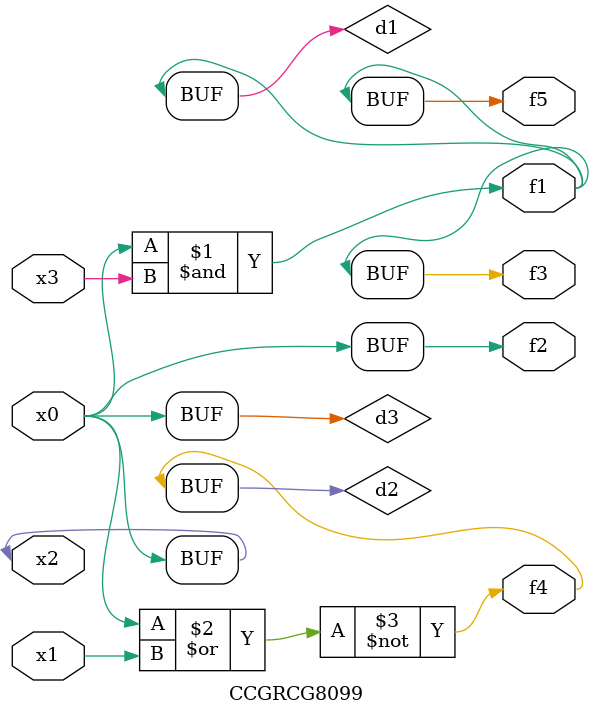
<source format=v>
module CCGRCG8099(
	input x0, x1, x2, x3,
	output f1, f2, f3, f4, f5
);

	wire d1, d2, d3;

	and (d1, x2, x3);
	nor (d2, x0, x1);
	buf (d3, x0, x2);
	assign f1 = d1;
	assign f2 = d3;
	assign f3 = d1;
	assign f4 = d2;
	assign f5 = d1;
endmodule

</source>
